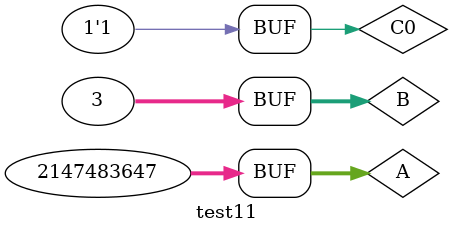
<source format=v>
`timescale 1ns / 1ps


module test11;

	// Inputs
	reg [31:0] A;
	reg [31:0] B;
	reg C0;

	// Outputs
	wire [31:0] S;
	wire Co;

	// Instantiate the Unit Under Test (UUT)
	ADC321 uut (
		.A(A), 
		.B(B), 
		.C0(C0), 
		.S(S), 
		.Co(Co)
	);

	initial begin
		A = 0;
		B = 0;
		C0 = 0;
		#100;
		A=32'd100;
		B=32'd123;
		#10;
		A={4'b0111,28'hfffffff};
		B=32'd3;
		#10;
		C0=1;
		A=32'd100;
		B=32'd123;
		#10;
		A={4'b0111,28'hfffffff};
		B=32'd3;
	end
   
endmodule


</source>
